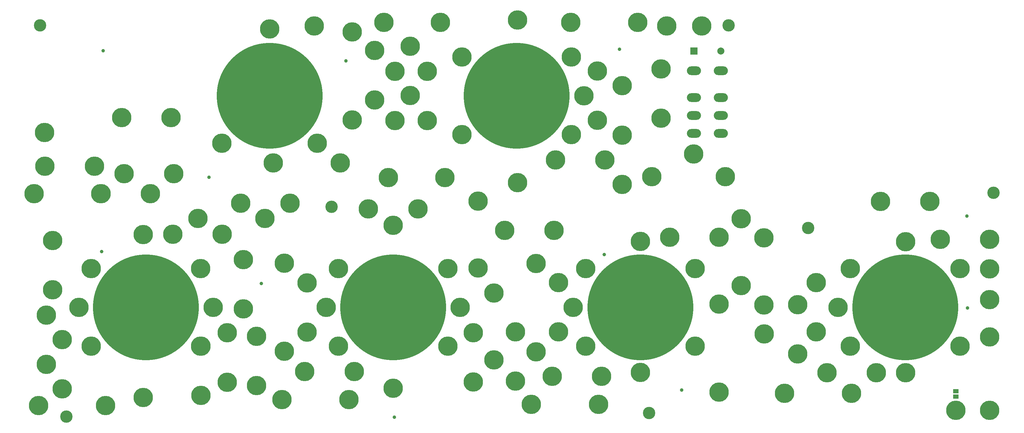
<source format=gts>
G04 #@! TF.FileFunction,Soldermask,Top*
%FSLAX46Y46*%
G04 Gerber Fmt 4.6, Leading zero omitted, Abs format (unit mm)*
G04 Created by KiCad (PCBNEW 4.0.7-e2-6376~58~ubuntu17.04.1) date Wed Oct 25 13:58:48 2017*
%MOMM*%
%LPD*%
G01*
G04 APERTURE LIST*
%ADD10C,0.100000*%
%ADD11C,3.500000*%
%ADD12C,1.000000*%
%ADD13C,5.500000*%
%ADD14C,30.000000*%
%ADD15R,2.000000X2.000000*%
%ADD16C,2.000000*%
%ADD17O,4.000000X2.500000*%
%ADD18R,1.600200X1.168400*%
G04 APERTURE END LIST*
D10*
D11*
X292500000Y-162500000D03*
X247500000Y-215000000D03*
X157607000Y-156514800D03*
X82500000Y-216000000D03*
X75000000Y-105000000D03*
X270000000Y-105000000D03*
D12*
X92430600Y-169214800D03*
X337616800Y-185242200D03*
X337464400Y-159156400D03*
X234746800Y-170078400D03*
X122834400Y-148132800D03*
X92913200Y-112191800D03*
X239141000Y-111785400D03*
X161671000Y-115138200D03*
X137693400Y-178282600D03*
X175387000Y-216230200D03*
X256743200Y-208457800D03*
D13*
X194500000Y-114000000D03*
X225500000Y-136000000D03*
D14*
X210000000Y-125000000D03*
D13*
X194500000Y-136000000D03*
X225500000Y-114000000D03*
X229000000Y-125000000D03*
X163398200Y-131876800D03*
X163398200Y-106876800D03*
X229500000Y-174000000D03*
X226000000Y-185000000D03*
X260500000Y-196000000D03*
D14*
X245000000Y-185000000D03*
D13*
X229500000Y-196000000D03*
X260500000Y-174000000D03*
X304500000Y-174000000D03*
X301000000Y-185000000D03*
X335500000Y-196000000D03*
D14*
X320000000Y-185000000D03*
D13*
X304500000Y-196000000D03*
X335500000Y-174000000D03*
X250875800Y-117373400D03*
X250875800Y-131373400D03*
X233147000Y-212534500D03*
X214147000Y-212534500D03*
X304800000Y-209423000D03*
X285800000Y-209423000D03*
X334391000Y-214249000D03*
X199034400Y-154888800D03*
X199034400Y-173888800D03*
X173687200Y-148183600D03*
X189687200Y-148183600D03*
X112090200Y-131165600D03*
X98090200Y-131165600D03*
X245046500Y-166306500D03*
X245046500Y-203506500D03*
X175006000Y-161775200D03*
X175006000Y-207975200D03*
X104203500Y-164380500D03*
X104203500Y-210580500D03*
D15*
X260159500Y-112331500D03*
D16*
X267779500Y-112331500D03*
D17*
X267779500Y-135699500D03*
X267779500Y-130619500D03*
X267779500Y-117919500D03*
X260159500Y-117919500D03*
X260159500Y-130619500D03*
X260159500Y-135699500D03*
X260159500Y-125539500D03*
X267779500Y-125539500D03*
D13*
X252476000Y-105206800D03*
X262407400Y-105156000D03*
X260096000Y-141478000D03*
X152679400Y-105181400D03*
X206599000Y-163169600D03*
X220599000Y-163169600D03*
X131821400Y-155448000D03*
X145821400Y-155448000D03*
X253286500Y-165100000D03*
X267286500Y-165100000D03*
X232816400Y-117968000D03*
X232816400Y-131968000D03*
X239826800Y-122139400D03*
X239826800Y-136139400D03*
X221805500Y-177990500D03*
X221805500Y-191990500D03*
X209677000Y-205960500D03*
X209677000Y-191960500D03*
X220012500Y-204597000D03*
X234012500Y-204597000D03*
X197675500Y-192199500D03*
X197675500Y-206199500D03*
X289560000Y-184277000D03*
X289560000Y-198277000D03*
X168016400Y-157073600D03*
X182016400Y-157073600D03*
X294830500Y-177990500D03*
X294830500Y-191990500D03*
X297863500Y-203581000D03*
X311863500Y-203581000D03*
X150622000Y-178074800D03*
X150622000Y-192074800D03*
X136296400Y-207202800D03*
X136296400Y-193202800D03*
X149972000Y-203200000D03*
X163972000Y-203200000D03*
X179806600Y-110906800D03*
X179806600Y-124906800D03*
X175539400Y-118069600D03*
X175539400Y-132069600D03*
X184632600Y-118018800D03*
X184632600Y-132018800D03*
X120548400Y-196047600D03*
X120548400Y-210047600D03*
X112583200Y-164312600D03*
X126583200Y-164312600D03*
X169748200Y-112151400D03*
X169748200Y-126151400D03*
X132562600Y-185496200D03*
X132562600Y-171496200D03*
X76784200Y-187244200D03*
X76784200Y-201244200D03*
X140000000Y-106000000D03*
X126500000Y-138500000D03*
X153500000Y-138500000D03*
D14*
X140000000Y-125000000D03*
D13*
X280098500Y-192595500D03*
D18*
X334391000Y-208788000D03*
X334391000Y-210312000D03*
D13*
X280035000Y-165315500D03*
X280035000Y-184315500D03*
X215455500Y-172612000D03*
X215455500Y-197612000D03*
X203581000Y-180936500D03*
X203581000Y-199936500D03*
X144221200Y-172513600D03*
X144221200Y-197513600D03*
X343916000Y-193449000D03*
X343916000Y-214249000D03*
X269036800Y-147980400D03*
X248236800Y-147980400D03*
X162509600Y-211226400D03*
X143509600Y-211226400D03*
X119709800Y-159816800D03*
X138709800Y-159816800D03*
X160020000Y-144068800D03*
X141020000Y-144068800D03*
X93599000Y-212852000D03*
X74599000Y-212852000D03*
X92325776Y-152748532D03*
X73325776Y-152748532D03*
X320167000Y-166381000D03*
X320167000Y-203581000D03*
X210235800Y-103482200D03*
X210235800Y-149682200D03*
X343916000Y-174117000D03*
X343916000Y-182816500D03*
X76301600Y-135407400D03*
X329931000Y-165735000D03*
X343931000Y-165735000D03*
X220965000Y-143230600D03*
X234965000Y-143230600D03*
X239826800Y-136139400D03*
X239826800Y-150139400D03*
X81254600Y-208168000D03*
X81254600Y-194168000D03*
X127990600Y-192252600D03*
X127990600Y-206252600D03*
X78587600Y-166075600D03*
X78587600Y-180075600D03*
X112827776Y-147109732D03*
X98827776Y-147109732D03*
X90384576Y-144976132D03*
X76384576Y-144976132D03*
X106223776Y-152799332D03*
X92223776Y-152799332D03*
X312976500Y-154940000D03*
X326976500Y-154940000D03*
X172366400Y-104190800D03*
X188366400Y-104190800D03*
X159500000Y-174000000D03*
X156000000Y-185000000D03*
X190500000Y-196000000D03*
D14*
X175000000Y-185000000D03*
D13*
X159500000Y-196000000D03*
X190500000Y-174000000D03*
X194000000Y-185000000D03*
X89500000Y-174000000D03*
X86000000Y-185000000D03*
X120500000Y-196000000D03*
D14*
X105000000Y-185000000D03*
D13*
X89500000Y-196000000D03*
X120500000Y-174000000D03*
X124000000Y-185000000D03*
X267335000Y-184086500D03*
X267335000Y-209086500D03*
X273558000Y-178879500D03*
X273558000Y-159879500D03*
X244271800Y-104165400D03*
X225271800Y-104165400D03*
D11*
X345000000Y-152500000D03*
M02*

</source>
